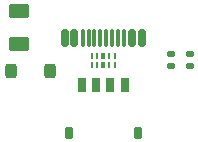
<source format=gtp>
%TF.GenerationSoftware,KiCad,Pcbnew,8.0.4*%
%TF.CreationDate,2024-08-22T18:58:07-07:00*%
%TF.ProjectId,UDB,5544422e-6b69-4636-9164-5f7063625858,C4-RC1*%
%TF.SameCoordinates,Original*%
%TF.FileFunction,Paste,Top*%
%TF.FilePolarity,Positive*%
%FSLAX46Y46*%
G04 Gerber Fmt 4.6, Leading zero omitted, Abs format (unit mm)*
G04 Created by KiCad (PCBNEW 8.0.4) date 2024-08-22 18:58:07*
%MOMM*%
%LPD*%
G01*
G04 APERTURE LIST*
G04 Aperture macros list*
%AMRoundRect*
0 Rectangle with rounded corners*
0 $1 Rounding radius*
0 $2 $3 $4 $5 $6 $7 $8 $9 X,Y pos of 4 corners*
0 Add a 4 corners polygon primitive as box body*
4,1,4,$2,$3,$4,$5,$6,$7,$8,$9,$2,$3,0*
0 Add four circle primitives for the rounded corners*
1,1,$1+$1,$2,$3*
1,1,$1+$1,$4,$5*
1,1,$1+$1,$6,$7*
1,1,$1+$1,$8,$9*
0 Add four rect primitives between the rounded corners*
20,1,$1+$1,$2,$3,$4,$5,0*
20,1,$1+$1,$4,$5,$6,$7,0*
20,1,$1+$1,$6,$7,$8,$9,0*
20,1,$1+$1,$8,$9,$2,$3,0*%
G04 Aperture macros list end*
%ADD10RoundRect,0.250000X-0.625000X0.375000X-0.625000X-0.375000X0.625000X-0.375000X0.625000X0.375000X0*%
%ADD11RoundRect,0.135000X-0.185000X0.135000X-0.185000X-0.135000X0.185000X-0.135000X0.185000X0.135000X0*%
%ADD12RoundRect,0.100000X-0.250000X-0.400000X0.250000X-0.400000X0.250000X0.400000X-0.250000X0.400000X0*%
%ADD13RoundRect,0.125000X-0.250000X-0.475000X0.250000X-0.475000X0.250000X0.475000X-0.250000X0.475000X0*%
%ADD14RoundRect,0.075000X0.075000X0.650000X-0.075000X0.650000X-0.075000X-0.650000X0.075000X-0.650000X0*%
%ADD15RoundRect,0.150000X0.150000X0.575000X-0.150000X0.575000X-0.150000X-0.575000X0.150000X-0.575000X0*%
%ADD16RoundRect,0.125000X-0.000010X-0.150000X0.000010X-0.150000X0.000010X0.150000X-0.000010X0.150000X0*%
%ADD17R,0.250000X0.550000*%
%ADD18R,0.300000X0.550000*%
%ADD19RoundRect,0.250000X-0.250000X-0.350000X0.250000X-0.350000X0.250000X0.350000X-0.250000X0.350000X0*%
G04 APERTURE END LIST*
D10*
X67890500Y-64607000D03*
X67890500Y-61807000D03*
D11*
X82302500Y-66503000D03*
X82302500Y-65483000D03*
X80702500Y-66503000D03*
X80702500Y-65483000D03*
D12*
X77954500Y-72143000D03*
D13*
X76804500Y-68143000D03*
X75604500Y-68143000D03*
X74404500Y-68143000D03*
X73204500Y-68143000D03*
D12*
X72054500Y-72143000D03*
D14*
X76752500Y-64118000D03*
X75752500Y-64118000D03*
X74252500Y-64118000D03*
X73252500Y-64118000D03*
D15*
X72552500Y-64118000D03*
X71752500Y-64118000D03*
D14*
X73752500Y-64118000D03*
X74752500Y-64118000D03*
X75256500Y-64118000D03*
X76252500Y-64118000D03*
D15*
X77452500Y-64118000D03*
X78252500Y-64118000D03*
D16*
X74002500Y-66411400D03*
D17*
X74502500Y-66411400D03*
D18*
X75002500Y-66411400D03*
D17*
X75502500Y-66411400D03*
X76002500Y-66411400D03*
X76002500Y-65641400D03*
X75502500Y-65641400D03*
D18*
X75002500Y-65641400D03*
D17*
X74502500Y-65641400D03*
X74002500Y-65641400D03*
D19*
X70454500Y-66890000D03*
X67154500Y-66890000D03*
M02*

</source>
